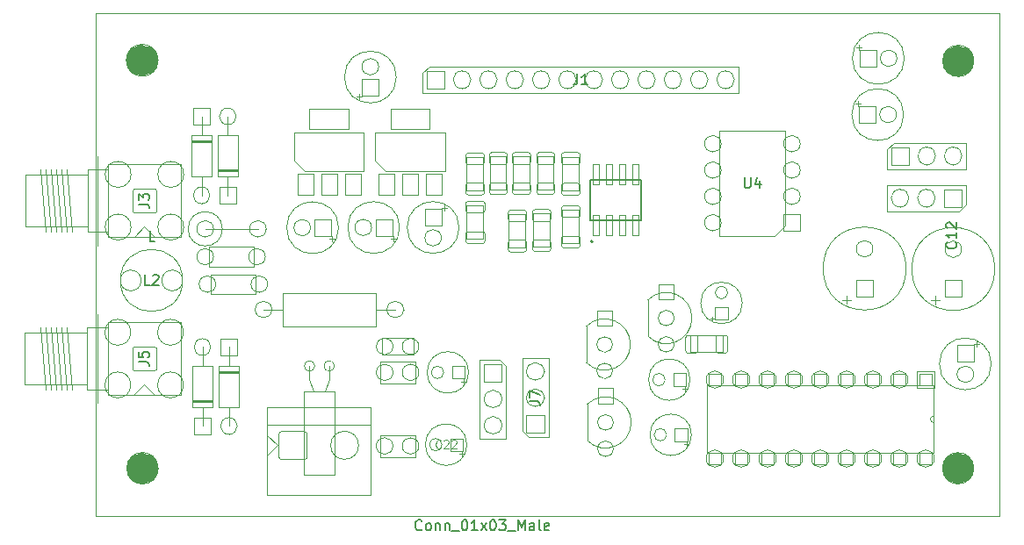
<source format=gbr>
%TF.GenerationSoftware,KiCad,Pcbnew,7.0.6*%
%TF.CreationDate,2023-09-03T13:44:34+00:00*%
%TF.ProjectId,SI4735,53493437-3335-42e6-9b69-6361645f7063,rev?*%
%TF.SameCoordinates,Original*%
%TF.FileFunction,AssemblyDrawing,Top*%
%FSLAX45Y45*%
G04 Gerber Fmt 4.5, Leading zero omitted, Abs format (unit mm)*
G04 Created by KiCad (PCBNEW 7.0.6) date 2023-09-03 13:44:34*
%MOMM*%
%LPD*%
G01*
G04 APERTURE LIST*
%ADD10C,0.120000*%
%ADD11C,0.150000*%
%ADD12C,0.100000*%
%ADD13C,0.127000*%
%ADD14C,0.200000*%
%ADD15C,0.100000*%
%TD*%
%TA.AperFunction,Profile*%
%ADD16C,0.050000*%
%TD*%
%TA.AperFunction,Profile*%
%ADD17C,1.535132*%
%TD*%
%TA.AperFunction,Profile*%
%ADD18C,1.516643*%
%TD*%
%TA.AperFunction,Profile*%
%ADD19C,0.100000*%
%TD*%
G04 APERTURE END LIST*
D10*
X15824831Y-11689766D02*
X15821022Y-11693576D01*
X15821022Y-11693576D02*
X15809593Y-11697385D01*
X15809593Y-11697385D02*
X15801974Y-11697385D01*
X15801974Y-11697385D02*
X15790546Y-11693576D01*
X15790546Y-11693576D02*
X15782927Y-11685957D01*
X15782927Y-11685957D02*
X15779117Y-11678338D01*
X15779117Y-11678338D02*
X15775307Y-11663100D01*
X15775307Y-11663100D02*
X15775307Y-11651671D01*
X15775307Y-11651671D02*
X15779117Y-11636433D01*
X15779117Y-11636433D02*
X15782927Y-11628814D01*
X15782927Y-11628814D02*
X15790546Y-11621195D01*
X15790546Y-11621195D02*
X15801974Y-11617385D01*
X15801974Y-11617385D02*
X15809593Y-11617385D01*
X15809593Y-11617385D02*
X15821022Y-11621195D01*
X15821022Y-11621195D02*
X15824831Y-11625004D01*
X15855307Y-11625004D02*
X15859117Y-11621195D01*
X15859117Y-11621195D02*
X15866736Y-11617385D01*
X15866736Y-11617385D02*
X15885784Y-11617385D01*
X15885784Y-11617385D02*
X15893403Y-11621195D01*
X15893403Y-11621195D02*
X15897212Y-11625004D01*
X15897212Y-11625004D02*
X15901022Y-11632624D01*
X15901022Y-11632624D02*
X15901022Y-11640243D01*
X15901022Y-11640243D02*
X15897212Y-11651671D01*
X15897212Y-11651671D02*
X15851498Y-11697385D01*
X15851498Y-11697385D02*
X15901022Y-11697385D01*
X15931498Y-11625004D02*
X15935308Y-11621195D01*
X15935308Y-11621195D02*
X15942927Y-11617385D01*
X15942927Y-11617385D02*
X15961974Y-11617385D01*
X15961974Y-11617385D02*
X15969593Y-11621195D01*
X15969593Y-11621195D02*
X15973403Y-11625004D01*
X15973403Y-11625004D02*
X15977212Y-11632624D01*
X15977212Y-11632624D02*
X15977212Y-11640243D01*
X15977212Y-11640243D02*
X15973403Y-11651671D01*
X15973403Y-11651671D02*
X15927688Y-11697385D01*
X15927688Y-11697385D02*
X15977212Y-11697385D01*
D11*
X12913480Y-9341335D02*
X12984908Y-9341335D01*
X12984908Y-9341335D02*
X12999194Y-9346097D01*
X12999194Y-9346097D02*
X13008718Y-9355621D01*
X13008718Y-9355621D02*
X13013480Y-9369907D01*
X13013480Y-9369907D02*
X13013480Y-9379431D01*
X12913480Y-9303240D02*
X12913480Y-9241335D01*
X12913480Y-9241335D02*
X12951575Y-9274669D01*
X12951575Y-9274669D02*
X12951575Y-9260383D01*
X12951575Y-9260383D02*
X12956337Y-9250859D01*
X12956337Y-9250859D02*
X12961099Y-9246097D01*
X12961099Y-9246097D02*
X12970623Y-9241335D01*
X12970623Y-9241335D02*
X12994432Y-9241335D01*
X12994432Y-9241335D02*
X13003956Y-9246097D01*
X13003956Y-9246097D02*
X13008718Y-9250859D01*
X13008718Y-9250859D02*
X13013480Y-9260383D01*
X13013480Y-9260383D02*
X13013480Y-9288954D01*
X13013480Y-9288954D02*
X13008718Y-9298478D01*
X13008718Y-9298478D02*
X13003956Y-9303240D01*
X17139667Y-8086482D02*
X17139667Y-8157910D01*
X17139667Y-8157910D02*
X17134905Y-8172196D01*
X17134905Y-8172196D02*
X17125381Y-8181720D01*
X17125381Y-8181720D02*
X17111095Y-8186482D01*
X17111095Y-8186482D02*
X17101571Y-8186482D01*
X17239667Y-8186482D02*
X17182524Y-8186482D01*
X17211095Y-8186482D02*
X17211095Y-8086482D01*
X17211095Y-8086482D02*
X17201571Y-8100768D01*
X17201571Y-8100768D02*
X17192048Y-8110291D01*
X17192048Y-8110291D02*
X17182524Y-8115053D01*
X15640666Y-12477458D02*
X15635905Y-12482220D01*
X15635905Y-12482220D02*
X15621619Y-12486982D01*
X15621619Y-12486982D02*
X15612095Y-12486982D01*
X15612095Y-12486982D02*
X15597809Y-12482220D01*
X15597809Y-12482220D02*
X15588286Y-12472696D01*
X15588286Y-12472696D02*
X15583524Y-12463172D01*
X15583524Y-12463172D02*
X15578762Y-12444125D01*
X15578762Y-12444125D02*
X15578762Y-12429839D01*
X15578762Y-12429839D02*
X15583524Y-12410791D01*
X15583524Y-12410791D02*
X15588286Y-12401268D01*
X15588286Y-12401268D02*
X15597809Y-12391744D01*
X15597809Y-12391744D02*
X15612095Y-12386982D01*
X15612095Y-12386982D02*
X15621619Y-12386982D01*
X15621619Y-12386982D02*
X15635905Y-12391744D01*
X15635905Y-12391744D02*
X15640666Y-12396506D01*
X15697809Y-12486982D02*
X15688286Y-12482220D01*
X15688286Y-12482220D02*
X15683524Y-12477458D01*
X15683524Y-12477458D02*
X15678762Y-12467934D01*
X15678762Y-12467934D02*
X15678762Y-12439363D01*
X15678762Y-12439363D02*
X15683524Y-12429839D01*
X15683524Y-12429839D02*
X15688286Y-12425077D01*
X15688286Y-12425077D02*
X15697809Y-12420315D01*
X15697809Y-12420315D02*
X15712095Y-12420315D01*
X15712095Y-12420315D02*
X15721619Y-12425077D01*
X15721619Y-12425077D02*
X15726381Y-12429839D01*
X15726381Y-12429839D02*
X15731143Y-12439363D01*
X15731143Y-12439363D02*
X15731143Y-12467934D01*
X15731143Y-12467934D02*
X15726381Y-12477458D01*
X15726381Y-12477458D02*
X15721619Y-12482220D01*
X15721619Y-12482220D02*
X15712095Y-12486982D01*
X15712095Y-12486982D02*
X15697809Y-12486982D01*
X15774000Y-12420315D02*
X15774000Y-12486982D01*
X15774000Y-12429839D02*
X15778762Y-12425077D01*
X15778762Y-12425077D02*
X15788286Y-12420315D01*
X15788286Y-12420315D02*
X15802571Y-12420315D01*
X15802571Y-12420315D02*
X15812095Y-12425077D01*
X15812095Y-12425077D02*
X15816857Y-12434601D01*
X15816857Y-12434601D02*
X15816857Y-12486982D01*
X15864476Y-12420315D02*
X15864476Y-12486982D01*
X15864476Y-12429839D02*
X15869238Y-12425077D01*
X15869238Y-12425077D02*
X15878762Y-12420315D01*
X15878762Y-12420315D02*
X15893047Y-12420315D01*
X15893047Y-12420315D02*
X15902571Y-12425077D01*
X15902571Y-12425077D02*
X15907333Y-12434601D01*
X15907333Y-12434601D02*
X15907333Y-12486982D01*
X15931143Y-12496506D02*
X16007333Y-12496506D01*
X16050190Y-12386982D02*
X16059714Y-12386982D01*
X16059714Y-12386982D02*
X16069238Y-12391744D01*
X16069238Y-12391744D02*
X16074000Y-12396506D01*
X16074000Y-12396506D02*
X16078762Y-12406029D01*
X16078762Y-12406029D02*
X16083524Y-12425077D01*
X16083524Y-12425077D02*
X16083524Y-12448887D01*
X16083524Y-12448887D02*
X16078762Y-12467934D01*
X16078762Y-12467934D02*
X16074000Y-12477458D01*
X16074000Y-12477458D02*
X16069238Y-12482220D01*
X16069238Y-12482220D02*
X16059714Y-12486982D01*
X16059714Y-12486982D02*
X16050190Y-12486982D01*
X16050190Y-12486982D02*
X16040667Y-12482220D01*
X16040667Y-12482220D02*
X16035905Y-12477458D01*
X16035905Y-12477458D02*
X16031143Y-12467934D01*
X16031143Y-12467934D02*
X16026381Y-12448887D01*
X16026381Y-12448887D02*
X16026381Y-12425077D01*
X16026381Y-12425077D02*
X16031143Y-12406029D01*
X16031143Y-12406029D02*
X16035905Y-12396506D01*
X16035905Y-12396506D02*
X16040667Y-12391744D01*
X16040667Y-12391744D02*
X16050190Y-12386982D01*
X16178762Y-12486982D02*
X16121619Y-12486982D01*
X16150190Y-12486982D02*
X16150190Y-12386982D01*
X16150190Y-12386982D02*
X16140667Y-12401268D01*
X16140667Y-12401268D02*
X16131143Y-12410791D01*
X16131143Y-12410791D02*
X16121619Y-12415553D01*
X16212095Y-12486982D02*
X16264476Y-12420315D01*
X16212095Y-12420315D02*
X16264476Y-12486982D01*
X16321619Y-12386982D02*
X16331143Y-12386982D01*
X16331143Y-12386982D02*
X16340667Y-12391744D01*
X16340667Y-12391744D02*
X16345428Y-12396506D01*
X16345428Y-12396506D02*
X16350190Y-12406029D01*
X16350190Y-12406029D02*
X16354952Y-12425077D01*
X16354952Y-12425077D02*
X16354952Y-12448887D01*
X16354952Y-12448887D02*
X16350190Y-12467934D01*
X16350190Y-12467934D02*
X16345428Y-12477458D01*
X16345428Y-12477458D02*
X16340667Y-12482220D01*
X16340667Y-12482220D02*
X16331143Y-12486982D01*
X16331143Y-12486982D02*
X16321619Y-12486982D01*
X16321619Y-12486982D02*
X16312095Y-12482220D01*
X16312095Y-12482220D02*
X16307333Y-12477458D01*
X16307333Y-12477458D02*
X16302571Y-12467934D01*
X16302571Y-12467934D02*
X16297809Y-12448887D01*
X16297809Y-12448887D02*
X16297809Y-12425077D01*
X16297809Y-12425077D02*
X16302571Y-12406029D01*
X16302571Y-12406029D02*
X16307333Y-12396506D01*
X16307333Y-12396506D02*
X16312095Y-12391744D01*
X16312095Y-12391744D02*
X16321619Y-12386982D01*
X16388286Y-12386982D02*
X16450190Y-12386982D01*
X16450190Y-12386982D02*
X16416857Y-12425077D01*
X16416857Y-12425077D02*
X16431143Y-12425077D01*
X16431143Y-12425077D02*
X16440667Y-12429839D01*
X16440667Y-12429839D02*
X16445428Y-12434601D01*
X16445428Y-12434601D02*
X16450190Y-12444125D01*
X16450190Y-12444125D02*
X16450190Y-12467934D01*
X16450190Y-12467934D02*
X16445428Y-12477458D01*
X16445428Y-12477458D02*
X16440667Y-12482220D01*
X16440667Y-12482220D02*
X16431143Y-12486982D01*
X16431143Y-12486982D02*
X16402571Y-12486982D01*
X16402571Y-12486982D02*
X16393048Y-12482220D01*
X16393048Y-12482220D02*
X16388286Y-12477458D01*
X16469238Y-12496506D02*
X16545428Y-12496506D01*
X16569238Y-12486982D02*
X16569238Y-12386982D01*
X16569238Y-12386982D02*
X16602571Y-12458410D01*
X16602571Y-12458410D02*
X16635905Y-12386982D01*
X16635905Y-12386982D02*
X16635905Y-12486982D01*
X16726381Y-12486982D02*
X16726381Y-12434601D01*
X16726381Y-12434601D02*
X16721619Y-12425077D01*
X16721619Y-12425077D02*
X16712095Y-12420315D01*
X16712095Y-12420315D02*
X16693048Y-12420315D01*
X16693048Y-12420315D02*
X16683524Y-12425077D01*
X16726381Y-12482220D02*
X16716857Y-12486982D01*
X16716857Y-12486982D02*
X16693048Y-12486982D01*
X16693048Y-12486982D02*
X16683524Y-12482220D01*
X16683524Y-12482220D02*
X16678762Y-12472696D01*
X16678762Y-12472696D02*
X16678762Y-12463172D01*
X16678762Y-12463172D02*
X16683524Y-12453648D01*
X16683524Y-12453648D02*
X16693048Y-12448887D01*
X16693048Y-12448887D02*
X16716857Y-12448887D01*
X16716857Y-12448887D02*
X16726381Y-12444125D01*
X16788286Y-12486982D02*
X16778762Y-12482220D01*
X16778762Y-12482220D02*
X16774000Y-12472696D01*
X16774000Y-12472696D02*
X16774000Y-12386982D01*
X16864476Y-12482220D02*
X16854952Y-12486982D01*
X16854952Y-12486982D02*
X16835905Y-12486982D01*
X16835905Y-12486982D02*
X16826381Y-12482220D01*
X16826381Y-12482220D02*
X16821619Y-12472696D01*
X16821619Y-12472696D02*
X16821619Y-12434601D01*
X16821619Y-12434601D02*
X16826381Y-12425077D01*
X16826381Y-12425077D02*
X16835905Y-12420315D01*
X16835905Y-12420315D02*
X16854952Y-12420315D01*
X16854952Y-12420315D02*
X16864476Y-12425077D01*
X16864476Y-12425077D02*
X16869238Y-12434601D01*
X16869238Y-12434601D02*
X16869238Y-12444125D01*
X16869238Y-12444125D02*
X16821619Y-12453648D01*
X13066952Y-9697482D02*
X13019333Y-9697482D01*
X13019333Y-9697482D02*
X13019333Y-9597482D01*
X13019333Y-10122482D02*
X12971714Y-10122482D01*
X12971714Y-10122482D02*
X12971714Y-10022482D01*
X13047905Y-10032006D02*
X13052667Y-10027244D01*
X13052667Y-10027244D02*
X13062190Y-10022482D01*
X13062190Y-10022482D02*
X13086000Y-10022482D01*
X13086000Y-10022482D02*
X13095524Y-10027244D01*
X13095524Y-10027244D02*
X13100286Y-10032006D01*
X13100286Y-10032006D02*
X13105048Y-10041530D01*
X13105048Y-10041530D02*
X13105048Y-10051053D01*
X13105048Y-10051053D02*
X13100286Y-10065339D01*
X13100286Y-10065339D02*
X13043143Y-10122482D01*
X13043143Y-10122482D02*
X13105048Y-10122482D01*
X20787958Y-9706286D02*
X20792720Y-9711048D01*
X20792720Y-9711048D02*
X20797482Y-9725333D01*
X20797482Y-9725333D02*
X20797482Y-9734857D01*
X20797482Y-9734857D02*
X20792720Y-9749143D01*
X20792720Y-9749143D02*
X20783196Y-9758667D01*
X20783196Y-9758667D02*
X20773672Y-9763429D01*
X20773672Y-9763429D02*
X20754625Y-9768190D01*
X20754625Y-9768190D02*
X20740339Y-9768190D01*
X20740339Y-9768190D02*
X20721291Y-9763429D01*
X20721291Y-9763429D02*
X20711768Y-9758667D01*
X20711768Y-9758667D02*
X20702244Y-9749143D01*
X20702244Y-9749143D02*
X20697482Y-9734857D01*
X20697482Y-9734857D02*
X20697482Y-9725333D01*
X20697482Y-9725333D02*
X20702244Y-9711048D01*
X20702244Y-9711048D02*
X20707006Y-9706286D01*
X20797482Y-9611048D02*
X20797482Y-9668190D01*
X20797482Y-9639619D02*
X20697482Y-9639619D01*
X20697482Y-9639619D02*
X20711768Y-9649143D01*
X20711768Y-9649143D02*
X20721291Y-9658667D01*
X20721291Y-9658667D02*
X20726053Y-9668190D01*
X20707006Y-9572952D02*
X20702244Y-9568190D01*
X20702244Y-9568190D02*
X20697482Y-9558667D01*
X20697482Y-9558667D02*
X20697482Y-9534857D01*
X20697482Y-9534857D02*
X20702244Y-9525333D01*
X20702244Y-9525333D02*
X20707006Y-9520571D01*
X20707006Y-9520571D02*
X20716530Y-9515810D01*
X20716530Y-9515810D02*
X20726053Y-9515810D01*
X20726053Y-9515810D02*
X20740339Y-9520571D01*
X20740339Y-9520571D02*
X20797482Y-9577714D01*
X20797482Y-9577714D02*
X20797482Y-9515810D01*
X16681482Y-11242333D02*
X16752910Y-11242333D01*
X16752910Y-11242333D02*
X16767196Y-11247095D01*
X16767196Y-11247095D02*
X16776720Y-11256619D01*
X16776720Y-11256619D02*
X16781482Y-11270905D01*
X16781482Y-11270905D02*
X16781482Y-11280428D01*
X16681482Y-11204238D02*
X16681482Y-11137571D01*
X16681482Y-11137571D02*
X16781482Y-11180429D01*
X18753310Y-9084482D02*
X18753310Y-9165434D01*
X18753310Y-9165434D02*
X18758071Y-9174958D01*
X18758071Y-9174958D02*
X18762833Y-9179720D01*
X18762833Y-9179720D02*
X18772357Y-9184482D01*
X18772357Y-9184482D02*
X18791405Y-9184482D01*
X18791405Y-9184482D02*
X18800929Y-9179720D01*
X18800929Y-9179720D02*
X18805690Y-9174958D01*
X18805690Y-9174958D02*
X18810452Y-9165434D01*
X18810452Y-9165434D02*
X18810452Y-9084482D01*
X18900929Y-9117815D02*
X18900929Y-9184482D01*
X18877119Y-9079720D02*
X18853310Y-9151149D01*
X18853310Y-9151149D02*
X18915214Y-9151149D01*
X12910982Y-10863833D02*
X12982410Y-10863833D01*
X12982410Y-10863833D02*
X12996696Y-10868595D01*
X12996696Y-10868595D02*
X13006220Y-10878119D01*
X13006220Y-10878119D02*
X13010982Y-10892405D01*
X13010982Y-10892405D02*
X13010982Y-10901929D01*
X12910982Y-10768595D02*
X12910982Y-10816214D01*
X12910982Y-10816214D02*
X12958601Y-10820976D01*
X12958601Y-10820976D02*
X12953839Y-10816214D01*
X12953839Y-10816214D02*
X12949077Y-10806690D01*
X12949077Y-10806690D02*
X12949077Y-10782881D01*
X12949077Y-10782881D02*
X12953839Y-10773357D01*
X12953839Y-10773357D02*
X12958601Y-10768595D01*
X12958601Y-10768595D02*
X12968125Y-10763833D01*
X12968125Y-10763833D02*
X12991934Y-10763833D01*
X12991934Y-10763833D02*
X13001458Y-10768595D01*
X13001458Y-10768595D02*
X13006220Y-10773357D01*
X13006220Y-10773357D02*
X13010982Y-10782881D01*
X13010982Y-10782881D02*
X13010982Y-10806690D01*
X13010982Y-10806690D02*
X13006220Y-10816214D01*
X13006220Y-10816214D02*
X13001458Y-10820976D01*
D12*
%TO.C,C6*%
X16235000Y-9352500D02*
X16235000Y-9672500D01*
X16075000Y-9352500D02*
X16235000Y-9352500D01*
X16235000Y-9672500D02*
X16075000Y-9672500D01*
X16075000Y-9672500D02*
X16075000Y-9352500D01*
%TO.C,C8*%
X15391360Y-9674750D02*
X15341360Y-9674750D01*
X15366360Y-9699750D02*
X15366360Y-9649750D01*
X15428000Y-9566000D02*
G75*
G03*
X15428000Y-9566000I-250000J0D01*
G01*
%TO.C,C15*%
X15559000Y-10794000D02*
X15559000Y-10634000D01*
X15559000Y-10634000D02*
X15259000Y-10634000D01*
X15259000Y-10794000D02*
X15559000Y-10794000D01*
X15259000Y-10634000D02*
X15259000Y-10794000D01*
%TO.C,C10*%
X13589000Y-9753000D02*
X13589000Y-9943000D01*
X13589000Y-9943000D02*
X14019000Y-9943000D01*
X14019000Y-9753000D02*
X13589000Y-9753000D01*
X14019000Y-9943000D02*
X14019000Y-9753000D01*
%TO.C,C13*%
X13610000Y-10017500D02*
X13610000Y-10207500D01*
X13610000Y-10207500D02*
X14040000Y-10207500D01*
X14040000Y-10017500D02*
X13610000Y-10017500D01*
X14040000Y-10207500D02*
X14040000Y-10017500D01*
%TO.C,C7*%
X14802360Y-9676750D02*
X14752360Y-9676750D01*
X14777360Y-9701750D02*
X14777360Y-9651750D01*
X14839000Y-9568000D02*
G75*
G03*
X14839000Y-9568000I-250000J0D01*
G01*
%TO.C,C18*%
X16063255Y-11050750D02*
X16023255Y-11050750D01*
X16043255Y-11070750D02*
X16043255Y-11030750D01*
X16093000Y-10964000D02*
G75*
G03*
X16093000Y-10964000I-200000J0D01*
G01*
%TO.C,C22*%
X16046515Y-11747750D02*
X16006515Y-11747750D01*
X16026515Y-11767750D02*
X16026515Y-11727750D01*
X16076260Y-11661000D02*
G75*
G03*
X16076260Y-11661000I-200000J0D01*
G01*
%TO.C,C17*%
X15239000Y-10859000D02*
X15239000Y-11069000D01*
X15239000Y-11069000D02*
X15579000Y-11069000D01*
X15579000Y-10859000D02*
X15239000Y-10859000D01*
X15579000Y-11069000D02*
X15579000Y-10859000D01*
%TO.C,J3*%
X12617998Y-9658002D02*
X13317998Y-9658002D01*
X12617998Y-9658002D02*
X12617998Y-8958002D01*
X12867998Y-9658002D02*
X12967998Y-9558002D01*
X13317998Y-9658002D02*
X13317998Y-8958002D01*
X12017998Y-9608002D02*
X11967998Y-9008002D01*
X12067998Y-9608002D02*
X12017998Y-9008002D01*
X12117998Y-9608002D02*
X12067998Y-9008002D01*
X12167998Y-9608002D02*
X12117998Y-9008002D01*
X12217998Y-9608002D02*
X12167998Y-9008002D01*
X12267998Y-9608002D02*
X12217998Y-9008002D01*
X12417998Y-9608002D02*
X12617998Y-9608002D01*
X11817998Y-9558002D02*
X12417998Y-9558002D01*
X11817998Y-9558002D02*
X11817998Y-9058002D01*
X12967998Y-9558002D02*
X13067998Y-9658002D01*
X11817998Y-9058002D02*
X12417998Y-9058002D01*
X12417998Y-9008002D02*
X12417998Y-9608002D01*
X12417998Y-9008002D02*
X12617998Y-9008002D01*
X12617998Y-8958002D02*
X13317998Y-8958002D01*
%TO.C,Y1*%
X14504000Y-11151500D02*
X14504000Y-11951500D01*
X14504000Y-11951500D02*
X14804000Y-11951500D01*
X14559000Y-11026500D02*
X14559000Y-10901500D01*
X14599500Y-11151500D02*
X14559000Y-11026500D01*
X14708500Y-11151500D02*
X14749000Y-11026500D01*
X14749000Y-11026500D02*
X14749000Y-10901500D01*
X14804000Y-11151500D02*
X14504000Y-11151500D01*
X14804000Y-11951500D02*
X14804000Y-11151500D01*
%TO.C,C9*%
X17154730Y-9395870D02*
X17154730Y-9715870D01*
X16994730Y-9395870D02*
X17154730Y-9395870D01*
X17154730Y-9715870D02*
X16994730Y-9715870D01*
X16994730Y-9715870D02*
X16994730Y-9395870D01*
%TO.C,R4*%
X16753030Y-9202610D02*
X16753030Y-8882610D01*
X16913030Y-9202610D02*
X16753030Y-9202610D01*
X16753030Y-8882610D02*
X16913030Y-8882610D01*
X16913030Y-8882610D02*
X16913030Y-9202610D01*
%TO.C,C11*%
X19736250Y-10304676D02*
X19736250Y-10224676D01*
X19696250Y-10264676D02*
X19776250Y-10264676D01*
X20311000Y-9962000D02*
G75*
G03*
X20311000Y-9962000I-400000J0D01*
G01*
%TO.C,R7*%
X14116000Y-10357000D02*
X14301000Y-10357000D01*
X14301000Y-10197000D02*
X14301000Y-10517000D01*
X14301000Y-10517000D02*
X15201000Y-10517000D01*
X15201000Y-10197000D02*
X14301000Y-10197000D01*
X15201000Y-10517000D02*
X15201000Y-10197000D01*
X15386000Y-10357000D02*
X15201000Y-10357000D01*
%TO.C,C19*%
X18198130Y-11120750D02*
X18158130Y-11120750D01*
X18178130Y-11140750D02*
X18178130Y-11100750D01*
X18227875Y-11034000D02*
G75*
G03*
X18227875Y-11034000I-200000J0D01*
G01*
%TO.C,D2*%
X13771500Y-9256500D02*
X13771500Y-9075500D01*
X13671500Y-9075500D02*
X13871500Y-9075500D01*
X13871500Y-9075500D02*
X13871500Y-8675500D01*
X13671500Y-9025500D02*
X13871500Y-9025500D01*
X13671500Y-9015500D02*
X13871500Y-9015500D01*
X13671500Y-9005500D02*
X13871500Y-9005500D01*
X13671500Y-8675500D02*
X13671500Y-9075500D01*
X13871500Y-8675500D02*
X13671500Y-8675500D01*
X13771500Y-8494500D02*
X13771500Y-8675500D01*
%TO.C,J1*%
X15649000Y-8268000D02*
X15649000Y-8077500D01*
X18697000Y-8268000D02*
X15649000Y-8268000D01*
X15649000Y-8077500D02*
X15712500Y-8014000D01*
X15712500Y-8014000D02*
X18697000Y-8014000D01*
X18697000Y-8014000D02*
X18697000Y-8268000D01*
%TO.C,Q2*%
X17230000Y-10520750D02*
X17230000Y-10870750D01*
X17653000Y-10694750D02*
G75*
G03*
X17229638Y-10519388I-248000J0D01*
G01*
X17229638Y-10870113D02*
G75*
G03*
X17653000Y-10694750I175363J175363D01*
G01*
%TO.C,C21*%
X15238000Y-11569000D02*
X15238000Y-11779000D01*
X15238000Y-11779000D02*
X15578000Y-11779000D01*
X15578000Y-11569000D02*
X15238000Y-11569000D01*
X15578000Y-11779000D02*
X15578000Y-11569000D01*
%TO.C,C2*%
X15037250Y-8328360D02*
X15037250Y-8278360D01*
X15012250Y-8303360D02*
X15062250Y-8303360D01*
X15396000Y-8115000D02*
G75*
G03*
X15396000Y-8115000I-250000J0D01*
G01*
%TO.C,C3*%
X19823640Y-8368250D02*
X19873640Y-8368250D01*
X19848640Y-8343250D02*
X19848640Y-8393250D01*
X20287000Y-8477000D02*
G75*
G03*
X20287000Y-8477000I-250000J0D01*
G01*
%TO.C,L1*%
X13554000Y-9579000D02*
X14062000Y-9579000D01*
X13719000Y-9579000D02*
G75*
G03*
X13719000Y-9579000I-165000J0D01*
G01*
%TO.C,R3*%
X16679350Y-8882610D02*
X16679350Y-9202610D01*
X16519350Y-8882610D02*
X16679350Y-8882610D01*
X16679350Y-9202610D02*
X16519350Y-9202610D01*
X16519350Y-9202610D02*
X16519350Y-8882610D01*
D13*
%TO.C,U3*%
X17264180Y-9493530D02*
X17754680Y-9493530D01*
X17264180Y-9493530D02*
X17264180Y-9103530D01*
X17754680Y-9493530D02*
X17754680Y-9103530D01*
X17264180Y-9103530D02*
X17754680Y-9103530D01*
D14*
X17288930Y-9702530D02*
G75*
G03*
X17288930Y-9702530I-10000J0D01*
G01*
D12*
%TO.C,Q3*%
X17238000Y-11272750D02*
X17238000Y-11622750D01*
X17661000Y-11446750D02*
G75*
G03*
X17237638Y-11271387I-248000J0D01*
G01*
X17237638Y-11622112D02*
G75*
G03*
X17661000Y-11446750I175363J175363D01*
G01*
%TO.C,D4*%
X13526998Y-11481002D02*
X13526998Y-11300002D01*
X13426998Y-11300002D02*
X13626998Y-11300002D01*
X13626998Y-11300002D02*
X13626998Y-10900002D01*
X13426998Y-11250002D02*
X13626998Y-11250002D01*
X13426998Y-11240002D02*
X13626998Y-11240002D01*
X13426998Y-11230002D02*
X13626998Y-11230002D01*
X13426998Y-10900002D02*
X13426998Y-11300002D01*
X13626998Y-10900002D02*
X13426998Y-10900002D01*
X13526998Y-10719002D02*
X13526998Y-10900002D01*
%TO.C,C4*%
X16994730Y-9204970D02*
X16994730Y-8884970D01*
X17154730Y-9204970D02*
X16994730Y-9204970D01*
X16994730Y-8884970D02*
X17154730Y-8884970D01*
X17154730Y-8884970D02*
X17154730Y-9204970D01*
%TO.C,J8*%
X14147660Y-11297340D02*
X14147660Y-12147340D01*
X14147660Y-11467340D02*
X15147660Y-11467340D01*
X14147660Y-11567340D02*
X14247660Y-11667340D01*
X14147660Y-11767340D02*
X14247660Y-11667340D01*
X14147660Y-12147340D02*
X15147660Y-12147340D01*
X15147660Y-11297340D02*
X14147660Y-11297340D01*
X15147660Y-12147340D02*
X15147660Y-11297340D01*
%TO.C,C1*%
X19829640Y-7825250D02*
X19879640Y-7825250D01*
X19854640Y-7800250D02*
X19854640Y-7850250D01*
X20293000Y-7934000D02*
G75*
G03*
X20293000Y-7934000I-250000J0D01*
G01*
%TO.C,J6*%
X16202000Y-10839500D02*
X16392500Y-10839500D01*
X16202000Y-11601500D02*
X16202000Y-10839500D01*
X16392500Y-10839500D02*
X16456000Y-10903000D01*
X16456000Y-10903000D02*
X16456000Y-11601500D01*
X16456000Y-11601500D02*
X16202000Y-11601500D01*
%TO.C,C5*%
X15859750Y-9352640D02*
X15859750Y-9402640D01*
X15884750Y-9377640D02*
X15834750Y-9377640D01*
X16001000Y-9566000D02*
G75*
G03*
X16001000Y-9566000I-250000J0D01*
G01*
%TO.C,U2*%
X15294000Y-9019000D02*
X15864000Y-9019000D01*
X15294000Y-9019000D02*
X15194000Y-8919000D01*
X15864000Y-9019000D02*
X15864000Y-8649000D01*
X15194000Y-8919000D02*
X15194000Y-8649000D01*
X15194000Y-8649000D02*
X15864000Y-8649000D01*
%TO.C,J2*%
X20129000Y-9002470D02*
X20129000Y-8811970D01*
X20891000Y-9002470D02*
X20129000Y-9002470D01*
X20129000Y-8811970D02*
X20192500Y-8748470D01*
X20192500Y-8748470D02*
X20891000Y-8748470D01*
X20891000Y-8748470D02*
X20891000Y-9002470D01*
%TO.C,C16*%
X20990750Y-10669128D02*
X20990750Y-10719128D01*
X21015750Y-10694128D02*
X20965750Y-10694128D01*
X21132000Y-10882489D02*
G75*
G03*
X21132000Y-10882489I-250000J0D01*
G01*
%TO.C,D1*%
X13519000Y-8494500D02*
X13519000Y-8675500D01*
X13619000Y-8675500D02*
X13419000Y-8675500D01*
X13419000Y-8675500D02*
X13419000Y-9075500D01*
X13619000Y-8725500D02*
X13419000Y-8725500D01*
X13619000Y-8735500D02*
X13419000Y-8735500D01*
X13619000Y-8745500D02*
X13419000Y-8745500D01*
X13619000Y-9075500D02*
X13619000Y-8675500D01*
X13419000Y-9075500D02*
X13619000Y-9075500D01*
X13519000Y-9256500D02*
X13519000Y-9075500D01*
%TO.C,L2*%
X13336000Y-10077000D02*
G75*
G03*
X13336000Y-10077000I-300000J0D01*
G01*
%TO.C,U5*%
X20554755Y-10978120D02*
X20442995Y-10978120D01*
X20442995Y-10978120D02*
X20442995Y-11089880D01*
X20300755Y-10978120D02*
X20188995Y-10978120D01*
X20188995Y-10978120D02*
X20188995Y-11089880D01*
X20046755Y-10978120D02*
X19934995Y-10978120D01*
X19934995Y-10978120D02*
X19934995Y-11089880D01*
X19792755Y-10978120D02*
X19680995Y-10978120D01*
X19680995Y-10978120D02*
X19680995Y-11089880D01*
X19538755Y-10978120D02*
X19426995Y-10978120D01*
X19426995Y-10978120D02*
X19426995Y-11089880D01*
X19284755Y-10978120D02*
X19172995Y-10978120D01*
X19172995Y-10978120D02*
X19172995Y-11089880D01*
X19030755Y-10978120D02*
X18918995Y-10978120D01*
X18918995Y-10978120D02*
X18918995Y-11089880D01*
X18776755Y-10978120D02*
X18664995Y-10978120D01*
X18664995Y-10978120D02*
X18664995Y-11089880D01*
X18522755Y-10978120D02*
X18410995Y-10978120D01*
X18410995Y-10978120D02*
X18410995Y-11089880D01*
X20575075Y-11089880D02*
X18390675Y-11089880D01*
X20554755Y-11089880D02*
X20554755Y-10978120D01*
X20442995Y-11089880D02*
X20554755Y-11089880D01*
X20300755Y-11089880D02*
X20300755Y-10978120D01*
X20188995Y-11089880D02*
X20300755Y-11089880D01*
X20046755Y-11089880D02*
X20046755Y-10978120D01*
X19934995Y-11089880D02*
X20046755Y-11089880D01*
X19792755Y-11089880D02*
X19792755Y-10978120D01*
X19680995Y-11089880D02*
X19792755Y-11089880D01*
X19538755Y-11089880D02*
X19538755Y-10978120D01*
X19426995Y-11089880D02*
X19538755Y-11089880D01*
X19284755Y-11089880D02*
X19284755Y-10978120D01*
X19172995Y-11089880D02*
X19284755Y-11089880D01*
X19030755Y-11089880D02*
X19030755Y-10978120D01*
X18918995Y-11089880D02*
X19030755Y-11089880D01*
X18776755Y-11089880D02*
X18776755Y-10978120D01*
X18664995Y-11089880D02*
X18776755Y-11089880D01*
X18522755Y-11089880D02*
X18522755Y-10978120D01*
X18410995Y-11089880D02*
X18522755Y-11089880D01*
X18390675Y-11089880D02*
X18390675Y-11740120D01*
X20575075Y-11384520D02*
X20575075Y-11089880D01*
X20575075Y-11445480D02*
X20575075Y-11384520D01*
X20575075Y-11740120D02*
X20575075Y-11445480D01*
X20554755Y-11740120D02*
X20442995Y-11740120D01*
X20442995Y-11740120D02*
X20442995Y-11851880D01*
X20300755Y-11740120D02*
X20188995Y-11740120D01*
X20188995Y-11740120D02*
X20188995Y-11851880D01*
X20046755Y-11740120D02*
X19934995Y-11740120D01*
X19934995Y-11740120D02*
X19934995Y-11851880D01*
X19792755Y-11740120D02*
X19680995Y-11740120D01*
X19680995Y-11740120D02*
X19680995Y-11851880D01*
X19538755Y-11740120D02*
X19426995Y-11740120D01*
X19426995Y-11740120D02*
X19426995Y-11851880D01*
X19284755Y-11740120D02*
X19172995Y-11740120D01*
X19172995Y-11740120D02*
X19172995Y-11851880D01*
X19030755Y-11740120D02*
X18918995Y-11740120D01*
X18918995Y-11740120D02*
X18918995Y-11851880D01*
X18776755Y-11740120D02*
X18664995Y-11740120D01*
X18664995Y-11740120D02*
X18664995Y-11851880D01*
X18522755Y-11740120D02*
X18410995Y-11740120D01*
X18410995Y-11740120D02*
X18410995Y-11851880D01*
X18390675Y-11740120D02*
X20575075Y-11740120D01*
X20554755Y-11851880D02*
X20554755Y-11740120D01*
X20442995Y-11851880D02*
X20554755Y-11851880D01*
X20300755Y-11851880D02*
X20300755Y-11740120D01*
X20188995Y-11851880D02*
X20300755Y-11851880D01*
X20046755Y-11851880D02*
X20046755Y-11740120D01*
X19934995Y-11851880D02*
X20046755Y-11851880D01*
X19792755Y-11851880D02*
X19792755Y-11740120D01*
X19680995Y-11851880D02*
X19792755Y-11851880D01*
X19538755Y-11851880D02*
X19538755Y-11740120D01*
X19426995Y-11851880D02*
X19538755Y-11851880D01*
X19284755Y-11851880D02*
X19284755Y-11740120D01*
X19172995Y-11851880D02*
X19284755Y-11851880D01*
X19030755Y-11851880D02*
X19030755Y-11740120D01*
X18918995Y-11851880D02*
X19030755Y-11851880D01*
X18776755Y-11851880D02*
X18776755Y-11740120D01*
X18664995Y-11851880D02*
X18776755Y-11851880D01*
X18522755Y-11851880D02*
X18522755Y-11740120D01*
X18410995Y-11851880D02*
X18522755Y-11851880D01*
X20575075Y-11384520D02*
G75*
G03*
X20575075Y-11445480I0J-30480D01*
G01*
%TO.C,C12*%
X20591250Y-10308676D02*
X20591250Y-10228676D01*
X20551250Y-10268676D02*
X20631250Y-10268676D01*
X21166000Y-9966000D02*
G75*
G03*
X21166000Y-9966000I-400000J0D01*
G01*
%TO.C,R8*%
X18546000Y-10769750D02*
X18226000Y-10769750D01*
X18546000Y-10609750D02*
X18546000Y-10769750D01*
X18226000Y-10769750D02*
X18226000Y-10609750D01*
X18226000Y-10609750D02*
X18546000Y-10609750D01*
%TO.C,J7*%
X16863000Y-11590000D02*
X16672500Y-11590000D01*
X16863000Y-10828000D02*
X16863000Y-11590000D01*
X16672500Y-11590000D02*
X16609000Y-11526500D01*
X16609000Y-11526500D02*
X16609000Y-10828000D01*
X16609000Y-10828000D02*
X16863000Y-10828000D01*
%TO.C,R2*%
X16455830Y-8882610D02*
X16455830Y-9202610D01*
X16295830Y-8882610D02*
X16455830Y-8882610D01*
X16455830Y-9202610D02*
X16295830Y-9202610D01*
X16295830Y-9202610D02*
X16295830Y-8882610D01*
%TO.C,R6*%
X16873000Y-9432750D02*
X16873000Y-9752750D01*
X16713000Y-9432750D02*
X16873000Y-9432750D01*
X16873000Y-9752750D02*
X16713000Y-9752750D01*
X16713000Y-9752750D02*
X16713000Y-9432750D01*
%TO.C,J4*%
X20887500Y-9155970D02*
X20887500Y-9346470D01*
X20125500Y-9155970D02*
X20887500Y-9155970D01*
X20887500Y-9346470D02*
X20824000Y-9409970D01*
X20824000Y-9409970D02*
X20125500Y-9409970D01*
X20125500Y-9409970D02*
X20125500Y-9155970D01*
%TO.C,C14*%
X18444250Y-10464005D02*
X18444250Y-10424005D01*
X18424250Y-10444005D02*
X18464250Y-10444005D01*
X18731000Y-10293750D02*
G75*
G03*
X18731000Y-10293750I-200000J0D01*
G01*
%TO.C,U4*%
X19147000Y-9547000D02*
X19047000Y-9647000D01*
X19147000Y-8631000D02*
X19147000Y-9547000D01*
X19047000Y-9647000D02*
X18512000Y-9647000D01*
X18512000Y-9647000D02*
X18512000Y-8631000D01*
X18512000Y-8631000D02*
X19147000Y-8631000D01*
%TO.C,J5*%
X12615500Y-11180500D02*
X13315500Y-11180500D01*
X12615500Y-11180500D02*
X12615500Y-10480500D01*
X12865500Y-11180500D02*
X12965500Y-11080500D01*
X13315500Y-11180500D02*
X13315500Y-10480500D01*
X12015500Y-11130500D02*
X11965500Y-10530500D01*
X12065500Y-11130500D02*
X12015500Y-10530500D01*
X12115500Y-11130500D02*
X12065500Y-10530500D01*
X12165500Y-11130500D02*
X12115500Y-10530500D01*
X12215500Y-11130500D02*
X12165500Y-10530500D01*
X12265500Y-11130500D02*
X12215500Y-10530500D01*
X12415500Y-11130500D02*
X12615500Y-11130500D01*
X11815500Y-11080500D02*
X12415500Y-11080500D01*
X11815500Y-11080500D02*
X11815500Y-10580500D01*
X12965500Y-11080500D02*
X13065500Y-11180500D01*
X11815500Y-10580500D02*
X12415500Y-10580500D01*
X12415500Y-10530500D02*
X12415500Y-11130500D01*
X12415500Y-10530500D02*
X12615500Y-10530500D01*
X12615500Y-10480500D02*
X13315500Y-10480500D01*
%TO.C,U1*%
X14514000Y-9019000D02*
X15084000Y-9019000D01*
X14514000Y-9019000D02*
X14414000Y-8919000D01*
X15084000Y-9019000D02*
X15084000Y-8649000D01*
X14414000Y-8919000D02*
X14414000Y-8649000D01*
X14414000Y-8649000D02*
X15084000Y-8649000D01*
%TO.C,Q1*%
X17823000Y-10265750D02*
X17823000Y-10615750D01*
X18246000Y-10439750D02*
G75*
G03*
X17822638Y-10264388I-248000J0D01*
G01*
X17822638Y-10615113D02*
G75*
G03*
X18246000Y-10439750I175363J175363D01*
G01*
%TO.C,C20*%
X18212130Y-11652750D02*
X18172130Y-11652750D01*
X18192130Y-11672750D02*
X18192130Y-11632750D01*
X18241875Y-11566000D02*
G75*
G03*
X18241875Y-11566000I-200000J0D01*
G01*
%TO.C,R1*%
X16072310Y-9204750D02*
X16072310Y-8884750D01*
X16232310Y-9204750D02*
X16072310Y-9204750D01*
X16072310Y-8884750D02*
X16232310Y-8884750D01*
X16232310Y-8884750D02*
X16232310Y-9204750D01*
%TO.C,D3*%
X13781998Y-10719002D02*
X13781998Y-10900002D01*
X13881998Y-10900002D02*
X13681998Y-10900002D01*
X13681998Y-10900002D02*
X13681998Y-11300002D01*
X13881998Y-10950002D02*
X13681998Y-10950002D01*
X13881998Y-10960002D02*
X13681998Y-10960002D01*
X13881998Y-10970002D02*
X13681998Y-10970002D01*
X13881998Y-11300002D02*
X13881998Y-10900002D01*
X13681998Y-11300002D02*
X13881998Y-11300002D01*
X13781998Y-11481002D02*
X13781998Y-11300002D01*
%TO.C,R5*%
X16640000Y-9435000D02*
X16640000Y-9755000D01*
X16480000Y-9435000D02*
X16640000Y-9435000D01*
X16640000Y-9755000D02*
X16480000Y-9755000D01*
X16480000Y-9755000D02*
X16480000Y-9435000D01*
%TD*%
D15*
%TO.C,C6*%
D12*
X16220000Y-9307500D02*
X16229567Y-9309403D01*
X16237678Y-9314822D01*
X16243097Y-9322933D01*
X16245000Y-9332500D01*
X16245000Y-9397500D01*
X16243097Y-9407067D01*
X16237678Y-9415178D01*
X16229567Y-9420597D01*
X16220000Y-9422500D01*
X16090000Y-9422500D01*
X16080433Y-9420597D01*
X16072322Y-9415178D01*
X16066903Y-9407067D01*
X16065000Y-9397500D01*
X16065000Y-9332500D01*
X16066903Y-9322933D01*
X16072322Y-9314822D01*
X16080433Y-9309403D01*
X16090000Y-9307500D01*
X16220000Y-9307500D01*
D15*
D12*
X16220000Y-9602500D02*
X16229567Y-9604403D01*
X16237678Y-9609822D01*
X16243097Y-9617933D01*
X16245000Y-9627500D01*
X16245000Y-9692500D01*
X16243097Y-9702067D01*
X16237678Y-9710178D01*
X16229567Y-9715597D01*
X16220000Y-9717500D01*
X16090000Y-9717500D01*
X16080433Y-9715597D01*
X16072322Y-9710178D01*
X16066903Y-9702067D01*
X16065000Y-9692500D01*
X16065000Y-9627500D01*
X16066903Y-9617933D01*
X16072322Y-9609822D01*
X16080433Y-9604403D01*
X16090000Y-9602500D01*
X16220000Y-9602500D01*
%TD*%
%TO.C,C8*%
X15198000Y-9486000D02*
X15198000Y-9646000D01*
X15358000Y-9646000D01*
X15358000Y-9486000D01*
X15198000Y-9486000D01*
X15158000Y-9566000D02*
G75*
G03*
X15158000Y-9566000I-80000J0D01*
G01*
%TD*%
%TO.C,C15*%
X15614000Y-10714000D02*
G75*
G03*
X15614000Y-10714000I-80000J0D01*
G01*
X15364000Y-10714000D02*
G75*
G03*
X15364000Y-10714000I-80000J0D01*
G01*
%TD*%
%TO.C,C10*%
X13634000Y-9848000D02*
G75*
G03*
X13634000Y-9848000I-80000J0D01*
G01*
X14134000Y-9848000D02*
G75*
G03*
X14134000Y-9848000I-80000J0D01*
G01*
%TD*%
%TO.C,C13*%
X13655000Y-10112500D02*
G75*
G03*
X13655000Y-10112500I-80000J0D01*
G01*
X14155000Y-10112500D02*
G75*
G03*
X14155000Y-10112500I-80000J0D01*
G01*
%TD*%
%TO.C,C7*%
X14609000Y-9488000D02*
X14609000Y-9648000D01*
X14769000Y-9648000D01*
X14769000Y-9488000D01*
X14609000Y-9488000D01*
X14569000Y-9568000D02*
G75*
G03*
X14569000Y-9568000I-80000J0D01*
G01*
%TD*%
%TO.C,C18*%
X15933000Y-10904000D02*
X15933000Y-11024000D01*
X16053000Y-11024000D01*
X16053000Y-10904000D01*
X15933000Y-10904000D01*
X15853000Y-10964000D02*
G75*
G03*
X15853000Y-10964000I-60000J0D01*
G01*
%TD*%
%TO.C,C22*%
X15916260Y-11601000D02*
X15916260Y-11721000D01*
X16036260Y-11721000D01*
X16036260Y-11601000D01*
X15916260Y-11601000D01*
X15836260Y-11661000D02*
G75*
G03*
X15836260Y-11661000I-60000J0D01*
G01*
%TD*%
%TO.C,C17*%
X15364000Y-10964000D02*
G75*
G03*
X15364000Y-10964000I-80000J0D01*
G01*
X15614000Y-10964000D02*
G75*
G03*
X15614000Y-10964000I-80000J0D01*
G01*
%TD*%
D15*
%TO.C,J3*%
D12*
X12873008Y-9423002D02*
X12865350Y-9421479D01*
X12858859Y-9417141D01*
X12854521Y-9410650D01*
X12852998Y-9402992D01*
X12852998Y-9213012D01*
X12854521Y-9205355D01*
X12858859Y-9198863D01*
X12865350Y-9194525D01*
X12873008Y-9193002D01*
X13062988Y-9193002D01*
X13070645Y-9194525D01*
X13077137Y-9198863D01*
X13081475Y-9205355D01*
X13082998Y-9213012D01*
X13082998Y-9402992D01*
X13081475Y-9410650D01*
X13077137Y-9417141D01*
X13070645Y-9421479D01*
X13062988Y-9423002D01*
X12873008Y-9423002D01*
X12838998Y-9562002D02*
G75*
G03*
X12838998Y-9562002I-125000J0D01*
G01*
X13346998Y-9562002D02*
G75*
G03*
X13346998Y-9562002I-125000J0D01*
G01*
X12838998Y-9054002D02*
G75*
G03*
X12838998Y-9054002I-125000J0D01*
G01*
X13346998Y-9054002D02*
G75*
G03*
X13346998Y-9054002I-125000J0D01*
G01*
%TD*%
%TO.C,Y1*%
X14609000Y-10901500D02*
G75*
G03*
X14609000Y-10901500I-50000J0D01*
G01*
X14799000Y-10901500D02*
G75*
G03*
X14799000Y-10901500I-50000J0D01*
G01*
%TD*%
D15*
%TO.C,C9*%
D12*
X17139730Y-9350870D02*
X17149297Y-9352773D01*
X17157408Y-9358192D01*
X17162827Y-9366303D01*
X17164730Y-9375870D01*
X17164730Y-9440870D01*
X17162827Y-9450437D01*
X17157408Y-9458548D01*
X17149297Y-9463967D01*
X17139730Y-9465870D01*
X17009730Y-9465870D01*
X17000163Y-9463967D01*
X16992052Y-9458548D01*
X16986633Y-9450437D01*
X16984730Y-9440870D01*
X16984730Y-9375870D01*
X16986633Y-9366303D01*
X16992052Y-9358192D01*
X17000163Y-9352773D01*
X17009730Y-9350870D01*
X17139730Y-9350870D01*
D15*
D12*
X17139730Y-9645870D02*
X17149297Y-9647773D01*
X17157408Y-9653192D01*
X17162827Y-9661303D01*
X17164730Y-9670870D01*
X17164730Y-9735870D01*
X17162827Y-9745437D01*
X17157408Y-9753548D01*
X17149297Y-9758967D01*
X17139730Y-9760870D01*
X17009730Y-9760870D01*
X17000163Y-9758967D01*
X16992052Y-9753548D01*
X16986633Y-9745437D01*
X16984730Y-9735870D01*
X16984730Y-9670870D01*
X16986633Y-9661303D01*
X16992052Y-9653192D01*
X17000163Y-9647773D01*
X17009730Y-9645870D01*
X17139730Y-9645870D01*
%TD*%
D15*
%TO.C,R4*%
D12*
X16770530Y-9245110D02*
X16760963Y-9243207D01*
X16752852Y-9237788D01*
X16747433Y-9229677D01*
X16745530Y-9220110D01*
X16745530Y-9157610D01*
X16747433Y-9148043D01*
X16752852Y-9139932D01*
X16760963Y-9134513D01*
X16770530Y-9132610D01*
X16895530Y-9132610D01*
X16905097Y-9134513D01*
X16913208Y-9139932D01*
X16918627Y-9148043D01*
X16920530Y-9157610D01*
X16920530Y-9220110D01*
X16918627Y-9229677D01*
X16913208Y-9237788D01*
X16905097Y-9243207D01*
X16895530Y-9245110D01*
X16770530Y-9245110D01*
D15*
D12*
X16770530Y-8952610D02*
X16760963Y-8950707D01*
X16752852Y-8945288D01*
X16747433Y-8937177D01*
X16745530Y-8927610D01*
X16745530Y-8865110D01*
X16747433Y-8855543D01*
X16752852Y-8847432D01*
X16760963Y-8842013D01*
X16770530Y-8840110D01*
X16895530Y-8840110D01*
X16905097Y-8842013D01*
X16913208Y-8847432D01*
X16918627Y-8855543D01*
X16920530Y-8865110D01*
X16920530Y-8927610D01*
X16918627Y-8937177D01*
X16913208Y-8945288D01*
X16905097Y-8950707D01*
X16895530Y-8952610D01*
X16770530Y-8952610D01*
%TD*%
%TO.C,C11*%
X19831000Y-10072000D02*
X19831000Y-10232000D01*
X19991000Y-10232000D01*
X19991000Y-10072000D01*
X19831000Y-10072000D01*
X19991000Y-9772000D02*
G75*
G03*
X19991000Y-9772000I-80000J0D01*
G01*
%TD*%
%TO.C,R7*%
X14196000Y-10357000D02*
G75*
G03*
X14196000Y-10357000I-80000J0D01*
G01*
X15306000Y-10357000D02*
X15306000Y-10357000D01*
X15306000Y-10357000D02*
G75*
G03*
X15466000Y-10357000I80000J0D01*
G01*
X15466000Y-10357000D02*
X15466000Y-10357000D01*
X15466000Y-10357000D02*
G75*
G03*
X15306000Y-10357000I-80000J0D01*
G01*
%TD*%
%TO.C,C19*%
X18067875Y-10974000D02*
X18067875Y-11094000D01*
X18187875Y-11094000D01*
X18187875Y-10974000D01*
X18067875Y-10974000D01*
X17987875Y-11034000D02*
G75*
G03*
X17987875Y-11034000I-60000J0D01*
G01*
%TD*%
%TO.C,D2*%
X13691500Y-9176500D02*
X13691500Y-9336500D01*
X13851500Y-9336500D01*
X13851500Y-9176500D01*
X13691500Y-9176500D01*
X13771500Y-8574500D02*
X13771500Y-8574500D01*
X13771500Y-8574500D02*
G75*
G03*
X13771500Y-8414500I0J80000D01*
G01*
X13771500Y-8414500D02*
X13771500Y-8414500D01*
X13771500Y-8414500D02*
G75*
G03*
X13771500Y-8574500I0J-80000D01*
G01*
%TD*%
%TO.C,J1*%
X15691000Y-8056000D02*
X15691000Y-8226000D01*
X15861000Y-8226000D01*
X15861000Y-8056000D01*
X15691000Y-8056000D01*
X16030000Y-8226000D02*
X16030000Y-8226000D01*
X16030000Y-8226000D02*
G75*
G03*
X16030000Y-8056000I0J85000D01*
G01*
X16030000Y-8056000D02*
X16030000Y-8056000D01*
X16030000Y-8056000D02*
G75*
G03*
X16030000Y-8226000I0J-85000D01*
G01*
X16284000Y-8226000D02*
X16284000Y-8226000D01*
X16284000Y-8226000D02*
G75*
G03*
X16284000Y-8056000I0J85000D01*
G01*
X16284000Y-8056000D02*
X16284000Y-8056000D01*
X16284000Y-8056000D02*
G75*
G03*
X16284000Y-8226000I0J-85000D01*
G01*
X16538000Y-8226000D02*
X16538000Y-8226000D01*
X16538000Y-8226000D02*
G75*
G03*
X16538000Y-8056000I0J85000D01*
G01*
X16538000Y-8056000D02*
X16538000Y-8056000D01*
X16538000Y-8056000D02*
G75*
G03*
X16538000Y-8226000I0J-85000D01*
G01*
X16792000Y-8226000D02*
X16792000Y-8226000D01*
X16792000Y-8226000D02*
G75*
G03*
X16792000Y-8056000I0J85000D01*
G01*
X16792000Y-8056000D02*
X16792000Y-8056000D01*
X16792000Y-8056000D02*
G75*
G03*
X16792000Y-8226000I0J-85000D01*
G01*
X17046000Y-8226000D02*
X17046000Y-8226000D01*
X17046000Y-8226000D02*
G75*
G03*
X17046000Y-8056000I0J85000D01*
G01*
X17046000Y-8056000D02*
X17046000Y-8056000D01*
X17046000Y-8056000D02*
G75*
G03*
X17046000Y-8226000I0J-85000D01*
G01*
X17300000Y-8226000D02*
X17300000Y-8226000D01*
X17300000Y-8226000D02*
G75*
G03*
X17300000Y-8056000I0J85000D01*
G01*
X17300000Y-8056000D02*
X17300000Y-8056000D01*
X17300000Y-8056000D02*
G75*
G03*
X17300000Y-8226000I0J-85000D01*
G01*
X17554000Y-8226000D02*
X17554000Y-8226000D01*
X17554000Y-8226000D02*
G75*
G03*
X17554000Y-8056000I0J85000D01*
G01*
X17554000Y-8056000D02*
X17554000Y-8056000D01*
X17554000Y-8056000D02*
G75*
G03*
X17554000Y-8226000I0J-85000D01*
G01*
X17808000Y-8226000D02*
X17808000Y-8226000D01*
X17808000Y-8226000D02*
G75*
G03*
X17808000Y-8056000I0J85000D01*
G01*
X17808000Y-8056000D02*
X17808000Y-8056000D01*
X17808000Y-8056000D02*
G75*
G03*
X17808000Y-8226000I0J-85000D01*
G01*
X18062000Y-8226000D02*
X18062000Y-8226000D01*
X18062000Y-8226000D02*
G75*
G03*
X18062000Y-8056000I0J85000D01*
G01*
X18062000Y-8056000D02*
X18062000Y-8056000D01*
X18062000Y-8056000D02*
G75*
G03*
X18062000Y-8226000I0J-85000D01*
G01*
X18316000Y-8226000D02*
X18316000Y-8226000D01*
X18316000Y-8226000D02*
G75*
G03*
X18316000Y-8056000I0J85000D01*
G01*
X18316000Y-8056000D02*
X18316000Y-8056000D01*
X18316000Y-8056000D02*
G75*
G03*
X18316000Y-8226000I0J-85000D01*
G01*
X18570000Y-8226000D02*
X18570000Y-8226000D01*
X18570000Y-8226000D02*
G75*
G03*
X18570000Y-8056000I0J85000D01*
G01*
X18570000Y-8056000D02*
X18570000Y-8056000D01*
X18570000Y-8056000D02*
G75*
G03*
X18570000Y-8226000I0J-85000D01*
G01*
%TD*%
%TO.C,Q2*%
X17330000Y-10365750D02*
X17330000Y-10515750D01*
X17480000Y-10515750D01*
X17480000Y-10365750D01*
X17330000Y-10365750D01*
X17480000Y-10694750D02*
G75*
G03*
X17480000Y-10694750I-75000J0D01*
G01*
X17480000Y-10948750D02*
G75*
G03*
X17480000Y-10948750I-75000J0D01*
G01*
%TD*%
%TO.C,C21*%
X15363000Y-11674000D02*
G75*
G03*
X15363000Y-11674000I-80000J0D01*
G01*
X15613000Y-11674000D02*
G75*
G03*
X15613000Y-11674000I-80000J0D01*
G01*
%TD*%
%TO.C,C2*%
X15066000Y-8135000D02*
X15066000Y-8295000D01*
X15226000Y-8295000D01*
X15226000Y-8135000D01*
X15066000Y-8135000D01*
X15226000Y-8015000D02*
G75*
G03*
X15226000Y-8015000I-80000J0D01*
G01*
%TD*%
%TO.C,C3*%
X19857000Y-8397000D02*
X19857000Y-8557000D01*
X20017000Y-8557000D01*
X20017000Y-8397000D01*
X19857000Y-8397000D01*
X20217000Y-8477000D02*
G75*
G03*
X20217000Y-8477000I-80000J0D01*
G01*
%TD*%
%TO.C,L1*%
X13634000Y-9579000D02*
G75*
G03*
X13634000Y-9579000I-80000J0D01*
G01*
X13982000Y-9579000D02*
X13982000Y-9579000D01*
X13982000Y-9579000D02*
G75*
G03*
X14142000Y-9579000I80000J0D01*
G01*
X14142000Y-9579000D02*
X14142000Y-9579000D01*
X14142000Y-9579000D02*
G75*
G03*
X13982000Y-9579000I-80000J0D01*
G01*
%TD*%
D15*
%TO.C,R3*%
D12*
X16661850Y-8840110D02*
X16671417Y-8842013D01*
X16679528Y-8847432D01*
X16684947Y-8855543D01*
X16686850Y-8865110D01*
X16686850Y-8927610D01*
X16684947Y-8937177D01*
X16679528Y-8945288D01*
X16671417Y-8950707D01*
X16661850Y-8952610D01*
X16536850Y-8952610D01*
X16527283Y-8950707D01*
X16519172Y-8945288D01*
X16513753Y-8937177D01*
X16511850Y-8927610D01*
X16511850Y-8865110D01*
X16513753Y-8855543D01*
X16519172Y-8847432D01*
X16527283Y-8842013D01*
X16536850Y-8840110D01*
X16661850Y-8840110D01*
D15*
D12*
X16661850Y-9132610D02*
X16671417Y-9134513D01*
X16679528Y-9139932D01*
X16684947Y-9148043D01*
X16686850Y-9157610D01*
X16686850Y-9220110D01*
X16684947Y-9229677D01*
X16679528Y-9237788D01*
X16671417Y-9243207D01*
X16661850Y-9245110D01*
X16536850Y-9245110D01*
X16527283Y-9243207D01*
X16519172Y-9237788D01*
X16513753Y-9229677D01*
X16511850Y-9220110D01*
X16511850Y-9157610D01*
X16513753Y-9148043D01*
X16519172Y-9139932D01*
X16527283Y-9134513D01*
X16536850Y-9132610D01*
X16661850Y-9132610D01*
%TD*%
D15*
%TO.C,U3*%
D12*
X17293130Y-9644030D02*
X17291523Y-9643710D01*
X17290160Y-9642800D01*
X17289250Y-9641437D01*
X17288930Y-9639830D01*
X17288930Y-9451230D01*
X17289250Y-9449623D01*
X17290160Y-9448260D01*
X17291523Y-9447350D01*
X17293130Y-9447030D01*
X17344730Y-9447030D01*
X17346337Y-9447350D01*
X17347700Y-9448260D01*
X17348610Y-9449623D01*
X17348930Y-9451230D01*
X17348930Y-9639830D01*
X17348610Y-9641437D01*
X17347700Y-9642800D01*
X17346337Y-9643710D01*
X17344730Y-9644030D01*
X17293130Y-9644030D01*
D15*
D12*
X17420130Y-9644030D02*
X17418523Y-9643710D01*
X17417160Y-9642800D01*
X17416250Y-9641437D01*
X17415930Y-9639830D01*
X17415930Y-9451230D01*
X17416250Y-9449623D01*
X17417160Y-9448260D01*
X17418523Y-9447350D01*
X17420130Y-9447030D01*
X17471730Y-9447030D01*
X17473337Y-9447350D01*
X17474700Y-9448260D01*
X17475610Y-9449623D01*
X17475930Y-9451230D01*
X17475930Y-9639830D01*
X17475610Y-9641437D01*
X17474700Y-9642800D01*
X17473337Y-9643710D01*
X17471730Y-9644030D01*
X17420130Y-9644030D01*
D15*
D12*
X17547130Y-9644030D02*
X17545523Y-9643710D01*
X17544160Y-9642800D01*
X17543250Y-9641437D01*
X17542930Y-9639830D01*
X17542930Y-9451230D01*
X17543250Y-9449623D01*
X17544160Y-9448260D01*
X17545523Y-9447350D01*
X17547130Y-9447030D01*
X17598730Y-9447030D01*
X17600337Y-9447350D01*
X17601700Y-9448260D01*
X17602610Y-9449623D01*
X17602930Y-9451230D01*
X17602930Y-9639830D01*
X17602610Y-9641437D01*
X17601700Y-9642800D01*
X17600337Y-9643710D01*
X17598730Y-9644030D01*
X17547130Y-9644030D01*
D15*
D12*
X17674130Y-9644030D02*
X17672523Y-9643710D01*
X17671160Y-9642800D01*
X17670250Y-9641437D01*
X17669930Y-9639830D01*
X17669930Y-9451230D01*
X17670250Y-9449623D01*
X17671160Y-9448260D01*
X17672523Y-9447350D01*
X17674130Y-9447030D01*
X17725730Y-9447030D01*
X17727337Y-9447350D01*
X17728700Y-9448260D01*
X17729610Y-9449623D01*
X17729930Y-9451230D01*
X17729930Y-9639830D01*
X17729610Y-9641437D01*
X17728700Y-9642800D01*
X17727337Y-9643710D01*
X17725730Y-9644030D01*
X17674130Y-9644030D01*
D15*
D12*
X17674130Y-9150030D02*
X17672523Y-9149710D01*
X17671160Y-9148800D01*
X17670250Y-9147437D01*
X17669930Y-9145830D01*
X17669930Y-8957230D01*
X17670250Y-8955623D01*
X17671160Y-8954260D01*
X17672523Y-8953350D01*
X17674130Y-8953030D01*
X17725730Y-8953030D01*
X17727337Y-8953350D01*
X17728700Y-8954260D01*
X17729610Y-8955623D01*
X17729930Y-8957230D01*
X17729930Y-9145830D01*
X17729610Y-9147437D01*
X17728700Y-9148800D01*
X17727337Y-9149710D01*
X17725730Y-9150030D01*
X17674130Y-9150030D01*
D15*
D12*
X17547130Y-9150030D02*
X17545523Y-9149710D01*
X17544160Y-9148800D01*
X17543250Y-9147437D01*
X17542930Y-9145830D01*
X17542930Y-8957230D01*
X17543250Y-8955623D01*
X17544160Y-8954260D01*
X17545523Y-8953350D01*
X17547130Y-8953030D01*
X17598730Y-8953030D01*
X17600337Y-8953350D01*
X17601700Y-8954260D01*
X17602610Y-8955623D01*
X17602930Y-8957230D01*
X17602930Y-9145830D01*
X17602610Y-9147437D01*
X17601700Y-9148800D01*
X17600337Y-9149710D01*
X17598730Y-9150030D01*
X17547130Y-9150030D01*
D15*
D12*
X17420130Y-9150030D02*
X17418523Y-9149710D01*
X17417160Y-9148800D01*
X17416250Y-9147437D01*
X17415930Y-9145830D01*
X17415930Y-8957230D01*
X17416250Y-8955623D01*
X17417160Y-8954260D01*
X17418523Y-8953350D01*
X17420130Y-8953030D01*
X17471730Y-8953030D01*
X17473337Y-8953350D01*
X17474700Y-8954260D01*
X17475610Y-8955623D01*
X17475930Y-8957230D01*
X17475930Y-9145830D01*
X17475610Y-9147437D01*
X17474700Y-9148800D01*
X17473337Y-9149710D01*
X17471730Y-9150030D01*
X17420130Y-9150030D01*
D15*
D12*
X17293130Y-9150030D02*
X17291523Y-9149710D01*
X17290160Y-9148800D01*
X17289250Y-9147437D01*
X17288930Y-9145830D01*
X17288930Y-8957230D01*
X17289250Y-8955623D01*
X17290160Y-8954260D01*
X17291523Y-8953350D01*
X17293130Y-8953030D01*
X17344730Y-8953030D01*
X17346337Y-8953350D01*
X17347700Y-8954260D01*
X17348610Y-8955623D01*
X17348930Y-8957230D01*
X17348930Y-9145830D01*
X17348610Y-9147437D01*
X17347700Y-9148800D01*
X17346337Y-9149710D01*
X17344730Y-9150030D01*
X17293130Y-9150030D01*
%TD*%
%TO.C,Q3*%
X17338000Y-11117750D02*
X17338000Y-11267750D01*
X17488000Y-11267750D01*
X17488000Y-11117750D01*
X17338000Y-11117750D01*
X17488000Y-11446750D02*
G75*
G03*
X17488000Y-11446750I-75000J0D01*
G01*
X17488000Y-11700750D02*
G75*
G03*
X17488000Y-11700750I-75000J0D01*
G01*
%TD*%
%TO.C,D4*%
X13446998Y-11401002D02*
X13446998Y-11561002D01*
X13606998Y-11561002D01*
X13606998Y-11401002D01*
X13446998Y-11401002D01*
X13526998Y-10799002D02*
X13526998Y-10799002D01*
X13526998Y-10799002D02*
G75*
G03*
X13526998Y-10639002I0J80000D01*
G01*
X13526998Y-10639002D02*
X13526998Y-10639002D01*
X13526998Y-10639002D02*
G75*
G03*
X13526998Y-10799002I0J-80000D01*
G01*
%TD*%
D15*
%TO.C,C4*%
D12*
X17009730Y-9249970D02*
X17000163Y-9248067D01*
X16992052Y-9242648D01*
X16986633Y-9234537D01*
X16984730Y-9224970D01*
X16984730Y-9159970D01*
X16986633Y-9150403D01*
X16992052Y-9142292D01*
X17000163Y-9136873D01*
X17009730Y-9134970D01*
X17139730Y-9134970D01*
X17149297Y-9136873D01*
X17157408Y-9142292D01*
X17162827Y-9150403D01*
X17164730Y-9159970D01*
X17164730Y-9224970D01*
X17162827Y-9234537D01*
X17157408Y-9242648D01*
X17149297Y-9248067D01*
X17139730Y-9249970D01*
X17009730Y-9249970D01*
D15*
D12*
X17009730Y-8954970D02*
X17000163Y-8953067D01*
X16992052Y-8947648D01*
X16986633Y-8939537D01*
X16984730Y-8929970D01*
X16984730Y-8864970D01*
X16986633Y-8855403D01*
X16992052Y-8847292D01*
X17000163Y-8841873D01*
X17009730Y-8839970D01*
X17139730Y-8839970D01*
X17149297Y-8841873D01*
X17157408Y-8847292D01*
X17162827Y-8855403D01*
X17164730Y-8864970D01*
X17164730Y-8929970D01*
X17162827Y-8939537D01*
X17157408Y-8947648D01*
X17149297Y-8953067D01*
X17139730Y-8954970D01*
X17009730Y-8954970D01*
%TD*%
D15*
%TO.C,J8*%
D12*
X14262660Y-11557340D02*
X14264563Y-11547773D01*
X14269982Y-11539662D01*
X14278093Y-11534243D01*
X14287660Y-11532340D01*
X14507660Y-11532340D01*
X14517227Y-11534243D01*
X14525338Y-11539662D01*
X14530757Y-11547773D01*
X14532660Y-11557340D01*
X14532660Y-11777340D01*
X14530757Y-11786907D01*
X14525338Y-11795018D01*
X14517227Y-11800437D01*
X14507660Y-11802340D01*
X14287660Y-11802340D01*
X14278093Y-11800437D01*
X14269982Y-11795018D01*
X14264563Y-11786907D01*
X14262660Y-11777340D01*
X14262660Y-11557340D01*
X15032660Y-11667340D02*
G75*
G03*
X15032660Y-11667340I-135000J0D01*
G01*
%TD*%
%TO.C,C1*%
X19863000Y-7854000D02*
X19863000Y-8014000D01*
X20023000Y-8014000D01*
X20023000Y-7854000D01*
X19863000Y-7854000D01*
X20223000Y-7934000D02*
G75*
G03*
X20223000Y-7934000I-80000J0D01*
G01*
%TD*%
%TO.C,J6*%
X16244000Y-10881500D02*
X16244000Y-11051500D01*
X16414000Y-11051500D01*
X16414000Y-10881500D01*
X16244000Y-10881500D01*
X16244000Y-11220500D02*
X16244000Y-11220500D01*
X16244000Y-11220500D02*
G75*
G03*
X16414000Y-11220500I85000J0D01*
G01*
X16414000Y-11220500D02*
X16414000Y-11220500D01*
X16414000Y-11220500D02*
G75*
G03*
X16244000Y-11220500I-85000J0D01*
G01*
X16244000Y-11474500D02*
X16244000Y-11474500D01*
X16244000Y-11474500D02*
G75*
G03*
X16414000Y-11474500I85000J0D01*
G01*
X16414000Y-11474500D02*
X16414000Y-11474500D01*
X16414000Y-11474500D02*
G75*
G03*
X16244000Y-11474500I-85000J0D01*
G01*
%TD*%
%TO.C,C5*%
X15671000Y-9386000D02*
X15671000Y-9546000D01*
X15831000Y-9546000D01*
X15831000Y-9386000D01*
X15671000Y-9386000D01*
X15831000Y-9666000D02*
G75*
G03*
X15831000Y-9666000I-80000J0D01*
G01*
%TD*%
%TO.C,U2*%
X15224000Y-9049000D02*
X15224000Y-9249000D01*
X15374000Y-9249000D01*
X15374000Y-9049000D01*
X15224000Y-9049000D01*
X15454000Y-9049000D02*
X15454000Y-9249000D01*
X15604000Y-9249000D01*
X15604000Y-9049000D01*
X15454000Y-9049000D01*
X15339000Y-8419000D02*
X15339000Y-8619000D01*
X15719000Y-8619000D01*
X15719000Y-8419000D01*
X15339000Y-8419000D01*
X15684000Y-9049000D02*
X15684000Y-9249000D01*
X15834000Y-9249000D01*
X15834000Y-9049000D01*
X15684000Y-9049000D01*
%TD*%
%TO.C,J2*%
X20171000Y-8790470D02*
X20171000Y-8960470D01*
X20341000Y-8960470D01*
X20341000Y-8790470D01*
X20171000Y-8790470D01*
X20510000Y-8960470D02*
X20510000Y-8960470D01*
X20510000Y-8960470D02*
G75*
G03*
X20510000Y-8790470I0J85000D01*
G01*
X20510000Y-8790470D02*
X20510000Y-8790470D01*
X20510000Y-8790470D02*
G75*
G03*
X20510000Y-8960470I0J-85000D01*
G01*
X20764000Y-8960470D02*
X20764000Y-8960470D01*
X20764000Y-8960470D02*
G75*
G03*
X20764000Y-8790470I0J85000D01*
G01*
X20764000Y-8790470D02*
X20764000Y-8790470D01*
X20764000Y-8790470D02*
G75*
G03*
X20764000Y-8960470I0J-85000D01*
G01*
%TD*%
%TO.C,C16*%
X20802000Y-10702489D02*
X20802000Y-10862489D01*
X20962000Y-10862489D01*
X20962000Y-10702489D01*
X20802000Y-10702489D01*
X20962000Y-10982489D02*
G75*
G03*
X20962000Y-10982489I-80000J0D01*
G01*
%TD*%
%TO.C,D1*%
X13439000Y-8414500D02*
X13439000Y-8574500D01*
X13599000Y-8574500D01*
X13599000Y-8414500D01*
X13439000Y-8414500D01*
X13519000Y-9176500D02*
X13519000Y-9176500D01*
X13519000Y-9176500D02*
G75*
G03*
X13519000Y-9336500I0J-80000D01*
G01*
X13519000Y-9336500D02*
X13519000Y-9336500D01*
X13519000Y-9336500D02*
G75*
G03*
X13519000Y-9176500I0J80000D01*
G01*
%TD*%
%TO.C,L2*%
X13336000Y-10077000D02*
G75*
G03*
X13336000Y-10077000I-100000J0D01*
G01*
X12936000Y-10077000D02*
G75*
G03*
X12936000Y-10077000I-100000J0D01*
G01*
%TD*%
%TO.C,U5*%
X20415055Y-10950180D02*
X20415055Y-11117820D01*
X20582695Y-11117820D01*
X20582695Y-10950180D01*
X20415055Y-10950180D01*
X20328695Y-11034000D02*
G75*
G03*
X20328695Y-11034000I-83820J0D01*
G01*
X20074695Y-11034000D02*
G75*
G03*
X20074695Y-11034000I-83820J0D01*
G01*
X19820695Y-11034000D02*
G75*
G03*
X19820695Y-11034000I-83820J0D01*
G01*
X19566695Y-11034000D02*
G75*
G03*
X19566695Y-11034000I-83820J0D01*
G01*
X19312695Y-11034000D02*
G75*
G03*
X19312695Y-11034000I-83820J0D01*
G01*
X19058695Y-11034000D02*
G75*
G03*
X19058695Y-11034000I-83820J0D01*
G01*
X18804695Y-11034000D02*
G75*
G03*
X18804695Y-11034000I-83820J0D01*
G01*
X18550695Y-11034000D02*
G75*
G03*
X18550695Y-11034000I-83820J0D01*
G01*
X18550695Y-11796000D02*
G75*
G03*
X18550695Y-11796000I-83820J0D01*
G01*
X18804695Y-11796000D02*
G75*
G03*
X18804695Y-11796000I-83820J0D01*
G01*
X19058695Y-11796000D02*
G75*
G03*
X19058695Y-11796000I-83820J0D01*
G01*
X19312695Y-11796000D02*
G75*
G03*
X19312695Y-11796000I-83820J0D01*
G01*
X19566695Y-11796000D02*
G75*
G03*
X19566695Y-11796000I-83820J0D01*
G01*
X19820695Y-11796000D02*
G75*
G03*
X19820695Y-11796000I-83820J0D01*
G01*
X20074695Y-11796000D02*
G75*
G03*
X20074695Y-11796000I-83820J0D01*
G01*
X20328695Y-11796000D02*
G75*
G03*
X20328695Y-11796000I-83820J0D01*
G01*
X20582695Y-11796000D02*
G75*
G03*
X20582695Y-11796000I-83820J0D01*
G01*
%TD*%
%TO.C,C12*%
X20686000Y-10076000D02*
X20686000Y-10236000D01*
X20846000Y-10236000D01*
X20846000Y-10076000D01*
X20686000Y-10076000D01*
X20846000Y-9776000D02*
G75*
G03*
X20846000Y-9776000I-80000J0D01*
G01*
%TD*%
D15*
%TO.C,R8*%
D12*
X18588500Y-10752250D02*
X18586597Y-10761817D01*
X18581178Y-10769928D01*
X18573067Y-10775347D01*
X18563500Y-10777250D01*
X18501000Y-10777250D01*
X18491433Y-10775347D01*
X18483322Y-10769928D01*
X18477903Y-10761817D01*
X18476000Y-10752250D01*
X18476000Y-10627250D01*
X18477903Y-10617683D01*
X18483322Y-10609572D01*
X18491433Y-10604153D01*
X18501000Y-10602250D01*
X18563500Y-10602250D01*
X18573067Y-10604153D01*
X18581178Y-10609572D01*
X18586597Y-10617683D01*
X18588500Y-10627250D01*
X18588500Y-10752250D01*
D15*
D12*
X18296000Y-10752250D02*
X18294097Y-10761817D01*
X18288678Y-10769928D01*
X18280567Y-10775347D01*
X18271000Y-10777250D01*
X18208500Y-10777250D01*
X18198933Y-10775347D01*
X18190822Y-10769928D01*
X18185403Y-10761817D01*
X18183500Y-10752250D01*
X18183500Y-10627250D01*
X18185403Y-10617683D01*
X18190822Y-10609572D01*
X18198933Y-10604153D01*
X18208500Y-10602250D01*
X18271000Y-10602250D01*
X18280567Y-10604153D01*
X18288678Y-10609572D01*
X18294097Y-10617683D01*
X18296000Y-10627250D01*
X18296000Y-10752250D01*
%TD*%
%TO.C,J7*%
X16651000Y-11378000D02*
X16651000Y-11548000D01*
X16821000Y-11548000D01*
X16821000Y-11378000D01*
X16651000Y-11378000D01*
X16821000Y-11209000D02*
X16821000Y-11209000D01*
X16821000Y-11209000D02*
G75*
G03*
X16651000Y-11209000I-85000J0D01*
G01*
X16651000Y-11209000D02*
X16651000Y-11209000D01*
X16651000Y-11209000D02*
G75*
G03*
X16821000Y-11209000I85000J0D01*
G01*
X16821000Y-10955000D02*
X16821000Y-10955000D01*
X16821000Y-10955000D02*
G75*
G03*
X16651000Y-10955000I-85000J0D01*
G01*
X16651000Y-10955000D02*
X16651000Y-10955000D01*
X16651000Y-10955000D02*
G75*
G03*
X16821000Y-10955000I85000J0D01*
G01*
%TD*%
D15*
%TO.C,R2*%
D12*
X16438330Y-8840110D02*
X16447897Y-8842013D01*
X16456008Y-8847432D01*
X16461427Y-8855543D01*
X16463330Y-8865110D01*
X16463330Y-8927610D01*
X16461427Y-8937177D01*
X16456008Y-8945288D01*
X16447897Y-8950707D01*
X16438330Y-8952610D01*
X16313330Y-8952610D01*
X16303763Y-8950707D01*
X16295652Y-8945288D01*
X16290233Y-8937177D01*
X16288330Y-8927610D01*
X16288330Y-8865110D01*
X16290233Y-8855543D01*
X16295652Y-8847432D01*
X16303763Y-8842013D01*
X16313330Y-8840110D01*
X16438330Y-8840110D01*
D15*
D12*
X16438330Y-9132610D02*
X16447897Y-9134513D01*
X16456008Y-9139932D01*
X16461427Y-9148043D01*
X16463330Y-9157610D01*
X16463330Y-9220110D01*
X16461427Y-9229677D01*
X16456008Y-9237788D01*
X16447897Y-9243207D01*
X16438330Y-9245110D01*
X16313330Y-9245110D01*
X16303763Y-9243207D01*
X16295652Y-9237788D01*
X16290233Y-9229677D01*
X16288330Y-9220110D01*
X16288330Y-9157610D01*
X16290233Y-9148043D01*
X16295652Y-9139932D01*
X16303763Y-9134513D01*
X16313330Y-9132610D01*
X16438330Y-9132610D01*
%TD*%
D15*
%TO.C,R6*%
D12*
X16855500Y-9390250D02*
X16865067Y-9392153D01*
X16873178Y-9397572D01*
X16878597Y-9405683D01*
X16880500Y-9415250D01*
X16880500Y-9477750D01*
X16878597Y-9487317D01*
X16873178Y-9495428D01*
X16865067Y-9500847D01*
X16855500Y-9502750D01*
X16730500Y-9502750D01*
X16720933Y-9500847D01*
X16712822Y-9495428D01*
X16707403Y-9487317D01*
X16705500Y-9477750D01*
X16705500Y-9415250D01*
X16707403Y-9405683D01*
X16712822Y-9397572D01*
X16720933Y-9392153D01*
X16730500Y-9390250D01*
X16855500Y-9390250D01*
D15*
D12*
X16855500Y-9682750D02*
X16865067Y-9684653D01*
X16873178Y-9690072D01*
X16878597Y-9698183D01*
X16880500Y-9707750D01*
X16880500Y-9770250D01*
X16878597Y-9779817D01*
X16873178Y-9787928D01*
X16865067Y-9793347D01*
X16855500Y-9795250D01*
X16730500Y-9795250D01*
X16720933Y-9793347D01*
X16712822Y-9787928D01*
X16707403Y-9779817D01*
X16705500Y-9770250D01*
X16705500Y-9707750D01*
X16707403Y-9698183D01*
X16712822Y-9690072D01*
X16720933Y-9684653D01*
X16730500Y-9682750D01*
X16855500Y-9682750D01*
%TD*%
%TO.C,J4*%
X20675500Y-9197970D02*
X20675500Y-9367970D01*
X20845500Y-9367970D01*
X20845500Y-9197970D01*
X20675500Y-9197970D01*
X20506500Y-9197970D02*
X20506500Y-9197970D01*
X20506500Y-9197970D02*
G75*
G03*
X20506500Y-9367970I0J-85000D01*
G01*
X20506500Y-9367970D02*
X20506500Y-9367970D01*
X20506500Y-9367970D02*
G75*
G03*
X20506500Y-9197970I0J85000D01*
G01*
X20252500Y-9197970D02*
X20252500Y-9197970D01*
X20252500Y-9197970D02*
G75*
G03*
X20252500Y-9367970I0J-85000D01*
G01*
X20252500Y-9367970D02*
X20252500Y-9367970D01*
X20252500Y-9367970D02*
G75*
G03*
X20252500Y-9197970I0J85000D01*
G01*
%TD*%
%TO.C,C14*%
X18471000Y-10333750D02*
X18471000Y-10453750D01*
X18591000Y-10453750D01*
X18591000Y-10333750D01*
X18471000Y-10333750D01*
X18591000Y-10193750D02*
G75*
G03*
X18591000Y-10193750I-60000J0D01*
G01*
%TD*%
%TO.C,U4*%
X19130500Y-9440000D02*
X19130500Y-9600000D01*
X19290500Y-9600000D01*
X19290500Y-9440000D01*
X19130500Y-9440000D01*
X19290500Y-9266000D02*
X19290500Y-9266000D01*
X19290500Y-9266000D02*
G75*
G03*
X19130500Y-9266000I-80000J0D01*
G01*
X19130500Y-9266000D02*
X19130500Y-9266000D01*
X19130500Y-9266000D02*
G75*
G03*
X19290500Y-9266000I80000J0D01*
G01*
X19290500Y-9012000D02*
X19290500Y-9012000D01*
X19290500Y-9012000D02*
G75*
G03*
X19130500Y-9012000I-80000J0D01*
G01*
X19130500Y-9012000D02*
X19130500Y-9012000D01*
X19130500Y-9012000D02*
G75*
G03*
X19290500Y-9012000I80000J0D01*
G01*
X19290500Y-8758000D02*
X19290500Y-8758000D01*
X19290500Y-8758000D02*
G75*
G03*
X19130500Y-8758000I-80000J0D01*
G01*
X19130500Y-8758000D02*
X19130500Y-8758000D01*
X19130500Y-8758000D02*
G75*
G03*
X19290500Y-8758000I80000J0D01*
G01*
X18528500Y-8758000D02*
X18528500Y-8758000D01*
X18528500Y-8758000D02*
G75*
G03*
X18368500Y-8758000I-80000J0D01*
G01*
X18368500Y-8758000D02*
X18368500Y-8758000D01*
X18368500Y-8758000D02*
G75*
G03*
X18528500Y-8758000I80000J0D01*
G01*
X18528500Y-9012000D02*
X18528500Y-9012000D01*
X18528500Y-9012000D02*
G75*
G03*
X18368500Y-9012000I-80000J0D01*
G01*
X18368500Y-9012000D02*
X18368500Y-9012000D01*
X18368500Y-9012000D02*
G75*
G03*
X18528500Y-9012000I80000J0D01*
G01*
X18528500Y-9266000D02*
X18528500Y-9266000D01*
X18528500Y-9266000D02*
G75*
G03*
X18368500Y-9266000I-80000J0D01*
G01*
X18368500Y-9266000D02*
X18368500Y-9266000D01*
X18368500Y-9266000D02*
G75*
G03*
X18528500Y-9266000I80000J0D01*
G01*
X18528500Y-9520000D02*
X18528500Y-9520000D01*
X18528500Y-9520000D02*
G75*
G03*
X18368500Y-9520000I-80000J0D01*
G01*
X18368500Y-9520000D02*
X18368500Y-9520000D01*
X18368500Y-9520000D02*
G75*
G03*
X18528500Y-9520000I80000J0D01*
G01*
%TD*%
D15*
%TO.C,J5*%
D12*
X12870510Y-10945500D02*
X12862852Y-10943977D01*
X12856361Y-10939639D01*
X12852023Y-10933148D01*
X12850500Y-10925490D01*
X12850500Y-10735510D01*
X12852023Y-10727853D01*
X12856361Y-10721361D01*
X12862852Y-10717023D01*
X12870510Y-10715500D01*
X13060490Y-10715500D01*
X13068147Y-10717023D01*
X13074639Y-10721361D01*
X13078977Y-10727853D01*
X13080500Y-10735510D01*
X13080500Y-10925490D01*
X13078977Y-10933148D01*
X13074639Y-10939639D01*
X13068147Y-10943977D01*
X13060490Y-10945500D01*
X12870510Y-10945500D01*
X12836500Y-11084500D02*
G75*
G03*
X12836500Y-11084500I-125000J0D01*
G01*
X13344500Y-11084500D02*
G75*
G03*
X13344500Y-11084500I-125000J0D01*
G01*
X12836500Y-10576500D02*
G75*
G03*
X12836500Y-10576500I-125000J0D01*
G01*
X13344500Y-10576500D02*
G75*
G03*
X13344500Y-10576500I-125000J0D01*
G01*
%TD*%
%TO.C,U1*%
X14444000Y-9049000D02*
X14444000Y-9249000D01*
X14594000Y-9249000D01*
X14594000Y-9049000D01*
X14444000Y-9049000D01*
X14674000Y-9049000D02*
X14674000Y-9249000D01*
X14824000Y-9249000D01*
X14824000Y-9049000D01*
X14674000Y-9049000D01*
X14559000Y-8419000D02*
X14559000Y-8619000D01*
X14939000Y-8619000D01*
X14939000Y-8419000D01*
X14559000Y-8419000D01*
X14904000Y-9049000D02*
X14904000Y-9249000D01*
X15054000Y-9249000D01*
X15054000Y-9049000D01*
X14904000Y-9049000D01*
%TD*%
%TO.C,Q1*%
X17923000Y-10110750D02*
X17923000Y-10260750D01*
X18073000Y-10260750D01*
X18073000Y-10110750D01*
X17923000Y-10110750D01*
X18073000Y-10439750D02*
G75*
G03*
X18073000Y-10439750I-75000J0D01*
G01*
X18073000Y-10693750D02*
G75*
G03*
X18073000Y-10693750I-75000J0D01*
G01*
%TD*%
%TO.C,C20*%
X18081875Y-11506000D02*
X18081875Y-11626000D01*
X18201875Y-11626000D01*
X18201875Y-11506000D01*
X18081875Y-11506000D01*
X18001875Y-11566000D02*
G75*
G03*
X18001875Y-11566000I-60000J0D01*
G01*
%TD*%
D15*
%TO.C,R1*%
D12*
X16089810Y-9247250D02*
X16080243Y-9245347D01*
X16072132Y-9239928D01*
X16066713Y-9231817D01*
X16064810Y-9222250D01*
X16064810Y-9159750D01*
X16066713Y-9150183D01*
X16072132Y-9142072D01*
X16080243Y-9136653D01*
X16089810Y-9134750D01*
X16214810Y-9134750D01*
X16224377Y-9136653D01*
X16232488Y-9142072D01*
X16237907Y-9150183D01*
X16239810Y-9159750D01*
X16239810Y-9222250D01*
X16237907Y-9231817D01*
X16232488Y-9239928D01*
X16224377Y-9245347D01*
X16214810Y-9247250D01*
X16089810Y-9247250D01*
D15*
D12*
X16089810Y-8954750D02*
X16080243Y-8952847D01*
X16072132Y-8947428D01*
X16066713Y-8939317D01*
X16064810Y-8929750D01*
X16064810Y-8867250D01*
X16066713Y-8857683D01*
X16072132Y-8849572D01*
X16080243Y-8844153D01*
X16089810Y-8842250D01*
X16214810Y-8842250D01*
X16224377Y-8844153D01*
X16232488Y-8849572D01*
X16237907Y-8857683D01*
X16239810Y-8867250D01*
X16239810Y-8929750D01*
X16237907Y-8939317D01*
X16232488Y-8947428D01*
X16224377Y-8952847D01*
X16214810Y-8954750D01*
X16089810Y-8954750D01*
%TD*%
%TO.C,D3*%
X13701998Y-10639002D02*
X13701998Y-10799002D01*
X13861998Y-10799002D01*
X13861998Y-10639002D01*
X13701998Y-10639002D01*
X13781998Y-11401002D02*
X13781998Y-11401002D01*
X13781998Y-11401002D02*
G75*
G03*
X13781998Y-11561002I0J-80000D01*
G01*
X13781998Y-11561002D02*
X13781998Y-11561002D01*
X13781998Y-11561002D02*
G75*
G03*
X13781998Y-11401002I0J80000D01*
G01*
%TD*%
D15*
%TO.C,R5*%
D12*
X16622500Y-9392500D02*
X16632067Y-9394403D01*
X16640178Y-9399822D01*
X16645597Y-9407933D01*
X16647500Y-9417500D01*
X16647500Y-9480000D01*
X16645597Y-9489567D01*
X16640178Y-9497678D01*
X16632067Y-9503097D01*
X16622500Y-9505000D01*
X16497500Y-9505000D01*
X16487933Y-9503097D01*
X16479822Y-9497678D01*
X16474403Y-9489567D01*
X16472500Y-9480000D01*
X16472500Y-9417500D01*
X16474403Y-9407933D01*
X16479822Y-9399822D01*
X16487933Y-9394403D01*
X16497500Y-9392500D01*
X16622500Y-9392500D01*
D15*
D12*
X16622500Y-9685000D02*
X16632067Y-9686903D01*
X16640178Y-9692322D01*
X16645597Y-9700433D01*
X16647500Y-9710000D01*
X16647500Y-9772500D01*
X16645597Y-9782067D01*
X16640178Y-9790178D01*
X16632067Y-9795597D01*
X16622500Y-9797500D01*
X16497500Y-9797500D01*
X16487933Y-9795597D01*
X16479822Y-9790178D01*
X16474403Y-9782067D01*
X16472500Y-9772500D01*
X16472500Y-9710000D01*
X16474403Y-9700433D01*
X16479822Y-9692322D01*
X16487933Y-9686903D01*
X16497500Y-9685000D01*
X16622500Y-9685000D01*
%TD*%
D16*
X13100268Y-7953000D02*
G75*
G03*
X13100268Y-7953000I-153912J0D01*
G01*
D17*
X13023113Y-7953000D02*
G75*
G03*
X13023113Y-7953000I-76757J0D01*
G01*
D16*
X20965013Y-7959000D02*
G75*
G03*
X20965013Y-7959000I-151013J0D01*
G01*
D18*
X20889832Y-7959000D02*
G75*
G03*
X20889832Y-7959000I-75832J0D01*
G01*
D17*
X13025757Y-11889000D02*
G75*
G03*
X13025757Y-11889000I-76757J0D01*
G01*
D16*
X20962513Y-11889000D02*
G75*
G03*
X20962513Y-11889000I-151013J0D01*
G01*
X13101069Y-11889000D02*
G75*
G03*
X13101069Y-11889000I-152069J0D01*
G01*
D17*
X20891757Y-11887000D02*
G75*
G03*
X20891757Y-11887000I-76757J0D01*
G01*
D16*
X12496500Y-7499000D02*
X21209000Y-7499000D01*
X21209000Y-12346500D01*
X12496500Y-12346500D01*
X12496500Y-7499000D01*
D19*
%TO.C,J3*%
X12517998Y-8878002D02*
X12517998Y-9738002D01*
%TO.C,J5*%
X12515500Y-10400500D02*
X12515500Y-11260500D01*
%TD*%
M02*

</source>
